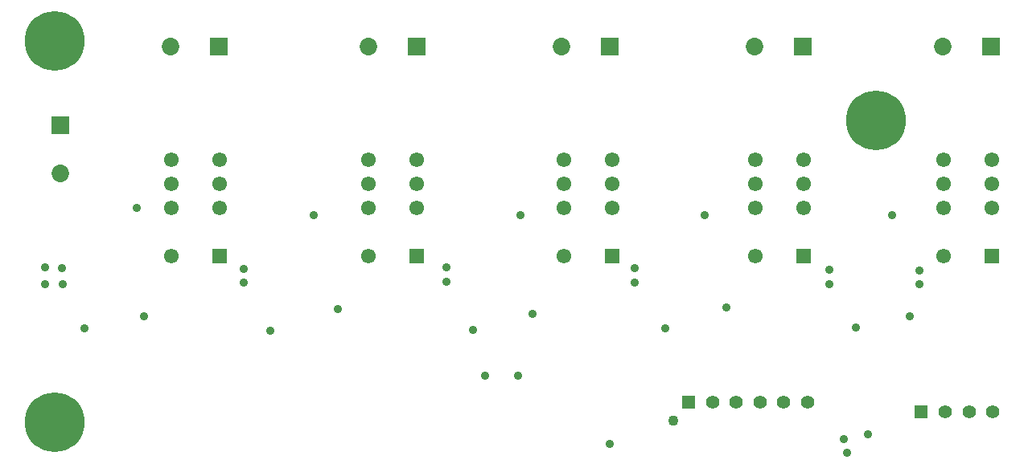
<source format=gbs>
G04*
G04 #@! TF.GenerationSoftware,Altium Limited,Altium Designer,21.4.1 (30)*
G04*
G04 Layer_Color=16711935*
%FSLAX25Y25*%
%MOIN*%
G70*
G04*
G04 #@! TF.SameCoordinates,1266B52B-6285-4ABA-978B-C55B880163AB*
G04*
G04*
G04 #@! TF.FilePolarity,Negative*
G04*
G01*
G75*
%ADD37C,0.06102*%
%ADD38R,0.06102X0.06102*%
%ADD39C,0.07296*%
%ADD40R,0.07296X0.07296*%
%ADD41C,0.05512*%
%ADD42R,0.05512X0.05512*%
%ADD43C,0.04331*%
%ADD44R,0.07296X0.07296*%
%ADD45C,0.24800*%
%ADD46C,0.03600*%
D37*
X504000Y317500D02*
D03*
X661500D02*
D03*
X341500D02*
D03*
X423000D02*
D03*
X583500D02*
D03*
X443000Y337500D02*
D03*
Y347500D02*
D03*
Y357500D02*
D03*
X423000D02*
D03*
Y347500D02*
D03*
Y337500D02*
D03*
X661500D02*
D03*
Y347500D02*
D03*
Y357500D02*
D03*
X681500D02*
D03*
Y347500D02*
D03*
Y337500D02*
D03*
X504000D02*
D03*
Y347500D02*
D03*
Y357500D02*
D03*
X524000D02*
D03*
Y347500D02*
D03*
Y337500D02*
D03*
X341500D02*
D03*
Y347500D02*
D03*
Y357500D02*
D03*
X361500D02*
D03*
Y347500D02*
D03*
Y337500D02*
D03*
X583500D02*
D03*
Y347500D02*
D03*
Y357500D02*
D03*
X603500D02*
D03*
Y347500D02*
D03*
Y337500D02*
D03*
D38*
X443000Y317500D02*
D03*
X681500D02*
D03*
X524000D02*
D03*
X361500D02*
D03*
X603500D02*
D03*
D39*
X423000Y404500D02*
D03*
X295422Y351834D02*
D03*
X661000Y404500D02*
D03*
X503000D02*
D03*
X341000D02*
D03*
X583000D02*
D03*
D40*
X443000D02*
D03*
X681000D02*
D03*
X523000D02*
D03*
X361000D02*
D03*
X603000D02*
D03*
D41*
X585421Y257067D02*
D03*
X595264D02*
D03*
X605106D02*
D03*
X662157Y253000D02*
D03*
X672000D02*
D03*
X681843D02*
D03*
X575579Y257067D02*
D03*
X565736D02*
D03*
D42*
X652315Y253000D02*
D03*
X555894Y257067D02*
D03*
D43*
X549594Y249193D02*
D03*
D44*
X295422Y371834D02*
D03*
D45*
X633500Y374000D02*
D03*
X293000Y407000D02*
D03*
Y248500D02*
D03*
D46*
X651500Y306000D02*
D03*
Y311500D02*
D03*
X614000Y306000D02*
D03*
Y312000D02*
D03*
X533500Y306609D02*
D03*
Y312609D02*
D03*
X455500Y307000D02*
D03*
Y313000D02*
D03*
X371500Y306609D02*
D03*
Y312109D02*
D03*
X296500Y306000D02*
D03*
X296000Y312500D02*
D03*
X289000Y306000D02*
D03*
X289001Y312906D02*
D03*
X621500Y236000D02*
D03*
X523000Y239500D02*
D03*
X485233Y267741D02*
D03*
X471500Y268000D02*
D03*
X305500Y287500D02*
D03*
X330000Y292500D02*
D03*
X327000Y337500D02*
D03*
X382500Y286500D02*
D03*
X410500Y295500D02*
D03*
X400500Y334500D02*
D03*
X466500Y287000D02*
D03*
X486000Y334500D02*
D03*
X491329Y293680D02*
D03*
X562500Y334500D02*
D03*
X546000Y287500D02*
D03*
X571571Y296364D02*
D03*
X640000Y334500D02*
D03*
X647500Y292500D02*
D03*
X625000Y288000D02*
D03*
X630000Y243500D02*
D03*
X620000Y241500D02*
D03*
M02*

</source>
